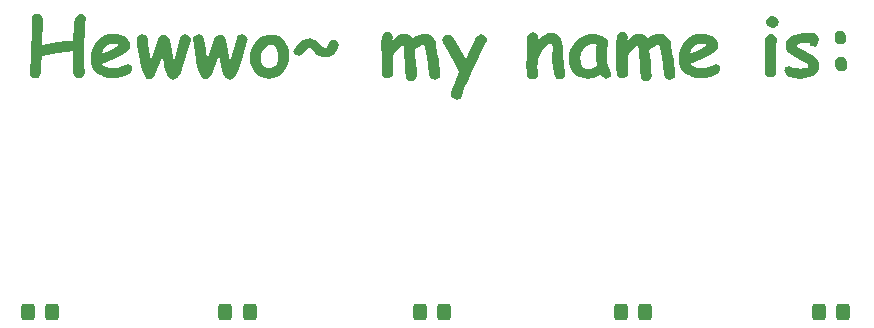
<source format=gbr>
%TF.GenerationSoftware,KiCad,Pcbnew,9.0.2*%
%TF.CreationDate,2025-05-22T18:28:58+02:00*%
%TF.ProjectId,blinky,626c696e-6b79-42e6-9b69-6361645f7063,rev?*%
%TF.SameCoordinates,Original*%
%TF.FileFunction,Soldermask,Top*%
%TF.FilePolarity,Negative*%
%FSLAX46Y46*%
G04 Gerber Fmt 4.6, Leading zero omitted, Abs format (unit mm)*
G04 Created by KiCad (PCBNEW 9.0.2) date 2025-05-22 18:28:58*
%MOMM*%
%LPD*%
G01*
G04 APERTURE LIST*
G04 Aperture macros list*
%AMRoundRect*
0 Rectangle with rounded corners*
0 $1 Rounding radius*
0 $2 $3 $4 $5 $6 $7 $8 $9 X,Y pos of 4 corners*
0 Add a 4 corners polygon primitive as box body*
4,1,4,$2,$3,$4,$5,$6,$7,$8,$9,$2,$3,0*
0 Add four circle primitives for the rounded corners*
1,1,$1+$1,$2,$3*
1,1,$1+$1,$4,$5*
1,1,$1+$1,$6,$7*
1,1,$1+$1,$8,$9*
0 Add four rect primitives between the rounded corners*
20,1,$1+$1,$2,$3,$4,$5,0*
20,1,$1+$1,$4,$5,$6,$7,0*
20,1,$1+$1,$6,$7,$8,$9,0*
20,1,$1+$1,$8,$9,$2,$3,0*%
G04 Aperture macros list end*
%ADD10C,1.000000*%
%ADD11RoundRect,0.250000X-0.325000X-0.450000X0.325000X-0.450000X0.325000X0.450000X-0.325000X0.450000X0*%
%ADD12RoundRect,0.250000X0.325000X0.450000X-0.325000X0.450000X-0.325000X-0.450000X0.325000X-0.450000X0*%
G04 APERTURE END LIST*
D10*
G36*
X74426657Y-60785432D02*
G01*
X74374116Y-61029805D01*
X74358574Y-61222322D01*
X74339645Y-61519687D01*
X74321022Y-61817053D01*
X74286828Y-62787002D01*
X74252634Y-63756646D01*
X74290186Y-64506167D01*
X74327739Y-65255992D01*
X74294281Y-65430643D01*
X74194321Y-65575645D01*
X74046239Y-65673137D01*
X73863066Y-65706315D01*
X73674519Y-65673919D01*
X73514715Y-65577782D01*
X73404059Y-65434327D01*
X73367864Y-65264846D01*
X73345577Y-64515326D01*
X73323595Y-63765806D01*
X73330312Y-63420202D01*
X72764460Y-63467591D01*
X72005294Y-63579876D01*
X70693710Y-63810990D01*
X70645778Y-64544024D01*
X70611584Y-65283469D01*
X70578418Y-65446763D01*
X70478166Y-65583583D01*
X70330751Y-65674931D01*
X70147217Y-65706315D01*
X69963703Y-65673965D01*
X69815657Y-65579309D01*
X69715814Y-65438085D01*
X69682545Y-65268510D01*
X69695101Y-64889075D01*
X69742384Y-64259176D01*
X69789668Y-63629277D01*
X69802224Y-63249842D01*
X69822679Y-61961461D01*
X69843135Y-60673080D01*
X69876404Y-60503505D01*
X69976247Y-60362281D01*
X70124293Y-60267625D01*
X70307807Y-60235275D01*
X70490788Y-60268236D01*
X70638756Y-60365029D01*
X70738747Y-60508808D01*
X70772173Y-60681934D01*
X70753244Y-61461374D01*
X70734621Y-62240509D01*
X70710502Y-62567794D01*
X70693710Y-62912177D01*
X72005294Y-62673735D01*
X72749451Y-62566142D01*
X73330312Y-62521388D01*
X73374886Y-61274528D01*
X73414772Y-61001854D01*
X73535476Y-60661174D01*
X73650766Y-60449784D01*
X73759977Y-60322613D01*
X73864487Y-60256027D01*
X73969007Y-60235275D01*
X74139418Y-60265196D01*
X74290186Y-60355565D01*
X74374275Y-60450913D01*
X74423566Y-60558346D01*
X74440396Y-60682240D01*
X74426657Y-60785432D01*
G37*
G36*
X77044166Y-61997780D02*
G01*
X77369481Y-62063060D01*
X77638145Y-62164183D01*
X77870951Y-62313079D01*
X78027789Y-62489098D01*
X78121313Y-62696141D01*
X78153803Y-62944234D01*
X78129995Y-63116762D01*
X78057546Y-63281371D01*
X77929741Y-63443005D01*
X77733705Y-63604300D01*
X77491186Y-63743992D01*
X76965256Y-63990509D01*
X75814262Y-64494870D01*
X75995596Y-64666054D01*
X76210546Y-64787962D01*
X76454049Y-64860148D01*
X76743300Y-64885659D01*
X77043626Y-64863342D01*
X77299606Y-64800187D01*
X77518771Y-64699729D01*
X77793575Y-64568489D01*
X77973063Y-64533949D01*
X78135700Y-64557707D01*
X78240510Y-64620391D01*
X78304290Y-64721304D01*
X78328131Y-64875279D01*
X78297846Y-65045189D01*
X78204463Y-65203111D01*
X78033367Y-65355614D01*
X77757824Y-65503593D01*
X77433675Y-65615889D01*
X77096536Y-65683497D01*
X76743300Y-65706315D01*
X76335008Y-65679425D01*
X75981707Y-65603035D01*
X75674977Y-65481535D01*
X75407903Y-65316442D01*
X75201420Y-65130074D01*
X75043198Y-64919561D01*
X74929179Y-64681743D01*
X74858574Y-64411466D01*
X74833932Y-64101945D01*
X74864252Y-63672565D01*
X74872801Y-63635136D01*
X75745874Y-63635136D01*
X76514323Y-63306629D01*
X76948854Y-63096848D01*
X77248578Y-62923778D01*
X77090839Y-62855478D01*
X76894454Y-62811075D01*
X76650793Y-62794940D01*
X76447369Y-62818760D01*
X76268311Y-62888279D01*
X76107658Y-63004989D01*
X75975195Y-63157226D01*
X75853988Y-63363288D01*
X75745874Y-63635136D01*
X74872801Y-63635136D01*
X74951615Y-63290089D01*
X75092920Y-62947204D01*
X75288224Y-62638014D01*
X75507199Y-62396611D01*
X75748980Y-62213216D01*
X76016568Y-62082332D01*
X76315022Y-62002068D01*
X76651099Y-61974284D01*
X77044166Y-61997780D01*
G37*
G36*
X83303053Y-62534211D02*
G01*
X82935007Y-63841561D01*
X82582231Y-64968702D01*
X82451713Y-65272313D01*
X82247618Y-65601290D01*
X82124522Y-65727488D01*
X81981248Y-65800100D01*
X81810423Y-65823551D01*
X81665308Y-65796160D01*
X81528383Y-65716159D01*
X81394316Y-65571341D01*
X81262011Y-65340126D01*
X81134176Y-64993736D01*
X81046125Y-64610614D01*
X80915579Y-63822287D01*
X80826735Y-64023482D01*
X80307414Y-65336592D01*
X80242253Y-65467398D01*
X80153846Y-65565265D01*
X80042626Y-65693306D01*
X79903218Y-65771865D01*
X79727032Y-65804012D01*
X79632588Y-65782860D01*
X79522877Y-65698738D01*
X79388756Y-65517332D01*
X79225187Y-65193746D01*
X79084673Y-64753463D01*
X78972644Y-64207187D01*
X78757083Y-62911261D01*
X78709150Y-62430408D01*
X78744507Y-62258803D01*
X78850811Y-62118387D01*
X79005528Y-62025356D01*
X79190614Y-61993824D01*
X79361451Y-62017916D01*
X79488045Y-62084596D01*
X79581704Y-62194294D01*
X79644905Y-62358661D01*
X79720010Y-62829439D01*
X79771301Y-63303576D01*
X79908077Y-64173386D01*
X80488459Y-62455443D01*
X80580728Y-62251020D01*
X80697192Y-62117987D01*
X80838911Y-62040315D01*
X81014497Y-62013363D01*
X81182581Y-62042165D01*
X81317715Y-62126099D01*
X81428351Y-62273509D01*
X81513363Y-62506734D01*
X81694408Y-63408295D01*
X81865073Y-64367864D01*
X82401186Y-62288136D01*
X82455894Y-62159606D01*
X82540832Y-62070690D01*
X82660796Y-62014600D01*
X82828306Y-61993824D01*
X83011451Y-62025485D01*
X83171467Y-62120525D01*
X83254959Y-62212967D01*
X83303608Y-62316391D01*
X83320150Y-62434987D01*
X83303053Y-62534211D01*
G37*
G36*
X88090212Y-62534211D02*
G01*
X87722167Y-63841561D01*
X87369391Y-64968702D01*
X87238873Y-65272313D01*
X87034778Y-65601290D01*
X86911682Y-65727488D01*
X86768408Y-65800100D01*
X86597583Y-65823551D01*
X86452468Y-65796160D01*
X86315543Y-65716159D01*
X86181476Y-65571341D01*
X86049171Y-65340126D01*
X85921336Y-64993736D01*
X85833285Y-64610614D01*
X85702739Y-63822287D01*
X85613895Y-64023482D01*
X85094574Y-65336592D01*
X85029413Y-65467398D01*
X84941006Y-65565265D01*
X84829786Y-65693306D01*
X84690378Y-65771865D01*
X84514192Y-65804012D01*
X84419748Y-65782860D01*
X84310037Y-65698738D01*
X84175915Y-65517332D01*
X84012347Y-65193746D01*
X83871833Y-64753463D01*
X83759804Y-64207187D01*
X83544242Y-62911261D01*
X83496310Y-62430408D01*
X83531667Y-62258803D01*
X83637971Y-62118387D01*
X83792688Y-62025356D01*
X83977773Y-61993824D01*
X84148611Y-62017916D01*
X84275205Y-62084596D01*
X84368864Y-62194294D01*
X84432065Y-62358661D01*
X84507170Y-62829439D01*
X84558461Y-63303576D01*
X84695237Y-64173386D01*
X85275619Y-62455443D01*
X85367887Y-62251020D01*
X85484352Y-62117987D01*
X85626071Y-62040315D01*
X85801657Y-62013363D01*
X85969741Y-62042165D01*
X86104875Y-62126099D01*
X86215511Y-62273509D01*
X86300523Y-62506734D01*
X86481568Y-63408295D01*
X86652233Y-64367864D01*
X87188346Y-62288136D01*
X87243054Y-62159606D01*
X87327992Y-62070690D01*
X87447956Y-62014600D01*
X87615465Y-61993824D01*
X87798611Y-62025485D01*
X87958627Y-62120525D01*
X88042119Y-62212967D01*
X88090768Y-62316391D01*
X88107309Y-62434987D01*
X88090212Y-62534211D01*
G37*
G36*
X90494256Y-62048494D02*
G01*
X90779147Y-62149898D01*
X91029677Y-62317378D01*
X91251631Y-62558330D01*
X91406424Y-62810884D01*
X91519162Y-63093972D01*
X91589277Y-63412799D01*
X91613721Y-63773743D01*
X91585687Y-64164999D01*
X91504622Y-64516148D01*
X91372966Y-64833538D01*
X91190265Y-65122269D01*
X90984562Y-65349195D01*
X90757985Y-65521412D01*
X90507780Y-65644181D01*
X90229278Y-65719385D01*
X89916233Y-65745394D01*
X89608262Y-65717803D01*
X89328138Y-65637102D01*
X89070100Y-65503443D01*
X88829963Y-65313084D01*
X88613484Y-65061279D01*
X88454596Y-64771813D01*
X88351517Y-64437799D01*
X88307283Y-64049738D01*
X88307384Y-64047601D01*
X89253419Y-64047601D01*
X89281867Y-64309766D01*
X89360531Y-64513809D01*
X89485755Y-64673168D01*
X89616918Y-64770301D01*
X89758862Y-64827302D01*
X89915928Y-64846580D01*
X90106210Y-64824055D01*
X90276339Y-64757866D01*
X90431585Y-64645996D01*
X90569542Y-64475373D01*
X90658787Y-64266885D01*
X90698115Y-64010354D01*
X90688831Y-63611637D01*
X90634288Y-63331166D01*
X90547667Y-63139513D01*
X90435461Y-63013616D01*
X90296215Y-62938994D01*
X90120786Y-62912177D01*
X89921646Y-62934761D01*
X89748640Y-63003662D01*
X89595274Y-63120415D01*
X89458278Y-63292890D01*
X89346039Y-63516194D01*
X89277243Y-63765802D01*
X89253419Y-64047601D01*
X88307384Y-64047601D01*
X88324733Y-63679461D01*
X88399397Y-63335810D01*
X88530548Y-63013404D01*
X88720664Y-62707929D01*
X88945478Y-62457015D01*
X89197672Y-62265412D01*
X89480794Y-62127833D01*
X89800747Y-62042921D01*
X90165361Y-62013363D01*
X90494256Y-62048494D01*
G37*
G36*
X94758958Y-63947766D02*
G01*
X94479679Y-63920967D01*
X94226570Y-63842516D01*
X93993867Y-63712072D01*
X93801149Y-63548899D01*
X93461113Y-63193056D01*
X93386008Y-63107571D01*
X93257236Y-63144987D01*
X93080759Y-63287490D01*
X92832798Y-63603995D01*
X92726307Y-63720335D01*
X92601003Y-63787822D01*
X92450252Y-63810990D01*
X92282684Y-63784773D01*
X92139453Y-63707493D01*
X92030594Y-63582794D01*
X91995961Y-63438520D01*
X92007334Y-63356322D01*
X92043893Y-63266329D01*
X92188368Y-63032129D01*
X92358739Y-62827161D01*
X92556193Y-62649005D01*
X92827686Y-62477300D01*
X93102265Y-62378243D01*
X93386008Y-62345533D01*
X93601929Y-62369121D01*
X93799536Y-62438803D01*
X93983792Y-62556498D01*
X94366338Y-62954003D01*
X94516981Y-63084188D01*
X94653170Y-63157398D01*
X94779719Y-63185729D01*
X94807343Y-63154516D01*
X94905809Y-62914619D01*
X95009055Y-62697133D01*
X95121737Y-62561801D01*
X95243739Y-62487284D01*
X95380556Y-62462770D01*
X95584992Y-62492958D01*
X95717149Y-62572809D01*
X95797876Y-62701847D01*
X95828131Y-62899354D01*
X95796876Y-63131335D01*
X95700984Y-63358420D01*
X95531071Y-63586898D01*
X95356330Y-63748400D01*
X95171684Y-63859449D01*
X94974092Y-63925420D01*
X94758958Y-63947766D01*
G37*
G36*
X100374712Y-62532990D02*
G01*
X100659462Y-62244889D01*
X100912429Y-62063595D01*
X101140482Y-61965713D01*
X101351683Y-61935205D01*
X101605545Y-61962635D01*
X101812701Y-62039950D01*
X101983407Y-62165060D01*
X102123490Y-62343091D01*
X102343775Y-62181184D01*
X102584499Y-62066486D01*
X102844598Y-61997830D01*
X103130992Y-61974284D01*
X103386425Y-62001935D01*
X103597436Y-62080270D01*
X103773763Y-62207657D01*
X103920948Y-62389537D01*
X104039576Y-62637709D01*
X104086202Y-62851352D01*
X104186427Y-63560031D01*
X104283315Y-64203535D01*
X104432196Y-65397348D01*
X104423266Y-65520079D01*
X104379600Y-65624847D01*
X104299084Y-65717001D01*
X104139923Y-65811381D01*
X103954091Y-65843091D01*
X103772682Y-65817234D01*
X103642519Y-65746455D01*
X103550140Y-65630643D01*
X103493082Y-65456577D01*
X103366687Y-64469836D01*
X103254030Y-63480041D01*
X103164796Y-63068915D01*
X103085658Y-62909632D01*
X103018335Y-62873098D01*
X102919381Y-62899649D01*
X102659603Y-63029413D01*
X102401227Y-63185292D01*
X102249886Y-63298080D01*
X102269471Y-63727381D01*
X102342088Y-64412744D01*
X102417702Y-65111203D01*
X102437648Y-65527712D01*
X102403920Y-65706301D01*
X102304230Y-65850724D01*
X102155345Y-65946748D01*
X101966259Y-65979867D01*
X101777145Y-65946689D01*
X101627983Y-65850418D01*
X101528535Y-65705725D01*
X101494870Y-65526796D01*
X101477231Y-65092673D01*
X101411217Y-64383435D01*
X101345203Y-63674196D01*
X101327564Y-63240073D01*
X101316947Y-63033291D01*
X101290012Y-62892637D01*
X101042369Y-63064458D01*
X100777993Y-63312214D01*
X100494085Y-63651622D01*
X100436078Y-63723063D01*
X100422339Y-64802006D01*
X100415317Y-65059071D01*
X100408600Y-65298735D01*
X100391611Y-65413519D01*
X100342416Y-65508296D01*
X100258391Y-65588162D01*
X100109507Y-65660985D01*
X99920420Y-65686775D01*
X99743798Y-65657212D01*
X99616998Y-65574682D01*
X99527494Y-65433984D01*
X99477133Y-65237124D01*
X99455748Y-64890239D01*
X99455748Y-63618954D01*
X99442009Y-63118257D01*
X99428576Y-62617254D01*
X99456727Y-62323546D01*
X99537875Y-62067096D01*
X99647324Y-61886085D01*
X99770651Y-61790362D01*
X99913703Y-61759351D01*
X100092190Y-61796075D01*
X100255033Y-61910476D01*
X100369443Y-62072128D01*
X100405242Y-62239288D01*
X100374712Y-62532990D01*
G37*
G36*
X108322069Y-62659691D02*
G01*
X107143597Y-65095097D01*
X106740046Y-65951556D01*
X106477424Y-66573988D01*
X106252110Y-67202302D01*
X106174880Y-67348060D01*
X106078429Y-67445271D01*
X105960759Y-67503193D01*
X105814916Y-67523482D01*
X105631978Y-67491908D01*
X105473281Y-67397391D01*
X105391080Y-67305206D01*
X105342894Y-67201012D01*
X105326430Y-67080486D01*
X105369396Y-66852309D01*
X105566910Y-66302216D01*
X106050610Y-65202869D01*
X105613802Y-64378759D01*
X104858400Y-63025444D01*
X104691093Y-62762883D01*
X104619953Y-62606759D01*
X104598892Y-62476814D01*
X104634698Y-62305872D01*
X104745743Y-62153192D01*
X104904989Y-62047805D01*
X105084019Y-62013363D01*
X105225931Y-62032708D01*
X105340984Y-62087943D01*
X105435729Y-62180364D01*
X105741916Y-62626512D01*
X106115064Y-63258290D01*
X106566268Y-64119347D01*
X107010484Y-63138712D01*
X107257290Y-62645717D01*
X107485232Y-62240509D01*
X107599096Y-62100071D01*
X107731126Y-62020669D01*
X107888232Y-61993824D01*
X108068566Y-62025964D01*
X108229867Y-62123578D01*
X108314403Y-62218187D01*
X108363468Y-62322776D01*
X108380076Y-62441399D01*
X108366654Y-62541297D01*
X108322069Y-62659691D01*
G37*
G36*
X114520647Y-65784473D02*
G01*
X114327175Y-65756572D01*
X114193110Y-65681085D01*
X114102347Y-65558195D01*
X114052616Y-65372618D01*
X113957056Y-64667672D01*
X113918139Y-64297914D01*
X113905765Y-63962726D01*
X113917672Y-63659865D01*
X113929579Y-63356699D01*
X113936296Y-63235799D01*
X113943318Y-63077651D01*
X113921146Y-62900632D01*
X113870433Y-62819627D01*
X113796467Y-62794940D01*
X113602666Y-62831061D01*
X113400210Y-62947856D01*
X113180059Y-63170158D01*
X112999369Y-63431865D01*
X112841112Y-63746068D01*
X112707144Y-64120568D01*
X112676308Y-64427398D01*
X112655853Y-64734534D01*
X112677834Y-65029457D01*
X112700122Y-65324075D01*
X112665890Y-65507010D01*
X112565177Y-65653497D01*
X112414626Y-65751003D01*
X112225375Y-65784473D01*
X112036334Y-65751089D01*
X111887098Y-65654108D01*
X111787806Y-65508358D01*
X111753986Y-65325907D01*
X111733531Y-65032510D01*
X111713075Y-64739113D01*
X111760703Y-63811906D01*
X111808635Y-62884394D01*
X111796728Y-62573290D01*
X111784822Y-62266154D01*
X111819738Y-62087601D01*
X111923124Y-61944670D01*
X112075669Y-61850228D01*
X112262927Y-61817969D01*
X112459888Y-61851640D01*
X112598494Y-61945303D01*
X112693488Y-62105770D01*
X112741032Y-62360799D01*
X112744391Y-62398351D01*
X113011962Y-62167818D01*
X113273638Y-62013729D01*
X113533385Y-61925180D01*
X113796467Y-61896127D01*
X114049267Y-61919717D01*
X114257333Y-61985987D01*
X114429705Y-62091788D01*
X114572443Y-62238953D01*
X114687953Y-62434071D01*
X114771304Y-62681697D01*
X114829576Y-63031816D01*
X114851901Y-63513319D01*
X114851901Y-63755120D01*
X114848543Y-63976465D01*
X114864721Y-64259917D01*
X114921816Y-64660956D01*
X114979199Y-65061297D01*
X114995394Y-65341782D01*
X114960963Y-65516886D01*
X114858618Y-65658382D01*
X114707645Y-65752291D01*
X114520647Y-65784473D01*
G37*
G36*
X117611716Y-61992248D02*
G01*
X117859889Y-62050644D01*
X118150095Y-62157772D01*
X118406131Y-62292018D01*
X118559991Y-62420692D01*
X118640577Y-62545050D01*
X118665753Y-62670682D01*
X118646063Y-62785603D01*
X118587290Y-62884699D01*
X118534167Y-63226334D01*
X118515544Y-63706882D01*
X118543392Y-64310402D01*
X118607745Y-64641111D01*
X118764977Y-64994652D01*
X118898089Y-65327433D01*
X118863622Y-65491986D01*
X118759787Y-65626325D01*
X118610637Y-65715687D01*
X118440439Y-65745394D01*
X118341356Y-65722947D01*
X118184380Y-65635280D01*
X117941878Y-65441617D01*
X117634561Y-65578210D01*
X117388363Y-65668457D01*
X117156357Y-65728176D01*
X116982004Y-65745394D01*
X116570409Y-65713602D01*
X116236687Y-65625472D01*
X115966070Y-65488020D01*
X115747356Y-65302704D01*
X115577476Y-65071814D01*
X115449233Y-64783070D01*
X115366014Y-64423820D01*
X115337525Y-64003637D01*
X116281638Y-64003637D01*
X116303240Y-64306762D01*
X116360552Y-64530726D01*
X116445586Y-64693623D01*
X116570581Y-64820233D01*
X116730726Y-64897238D01*
X116937430Y-64924738D01*
X117144877Y-64906983D01*
X117338904Y-64854518D01*
X117521483Y-64768494D01*
X117695804Y-64647522D01*
X117614617Y-63883153D01*
X117593222Y-63428445D01*
X117608487Y-63176875D01*
X117654893Y-62859970D01*
X117533382Y-62810511D01*
X117443012Y-62794940D01*
X117219320Y-62817480D01*
X117011967Y-62884190D01*
X116816535Y-62996568D01*
X116629989Y-63159778D01*
X116475138Y-63352916D01*
X116367597Y-63555754D01*
X116303384Y-63771281D01*
X116281638Y-64003637D01*
X115337525Y-64003637D01*
X115335807Y-63978297D01*
X115360526Y-63654439D01*
X115433015Y-63354993D01*
X115552673Y-63075456D01*
X115721435Y-62812250D01*
X115943667Y-62562909D01*
X116265567Y-62303399D01*
X116611248Y-62121488D01*
X116986357Y-62011775D01*
X117398743Y-61974284D01*
X117611716Y-61992248D01*
G37*
G36*
X120265849Y-62532990D02*
G01*
X120550599Y-62244889D01*
X120803566Y-62063595D01*
X121031620Y-61965713D01*
X121242821Y-61935205D01*
X121496682Y-61962635D01*
X121703839Y-62039950D01*
X121874545Y-62165060D01*
X122014628Y-62343091D01*
X122234912Y-62181184D01*
X122475636Y-62066486D01*
X122735735Y-61997830D01*
X123022130Y-61974284D01*
X123277562Y-62001935D01*
X123488573Y-62080270D01*
X123664900Y-62207657D01*
X123812086Y-62389537D01*
X123930713Y-62637709D01*
X123977340Y-62851352D01*
X124077564Y-63560031D01*
X124174453Y-64203535D01*
X124323333Y-65397348D01*
X124314403Y-65520079D01*
X124270738Y-65624847D01*
X124190221Y-65717001D01*
X124031060Y-65811381D01*
X123845228Y-65843091D01*
X123663820Y-65817234D01*
X123533657Y-65746455D01*
X123441277Y-65630643D01*
X123384220Y-65456577D01*
X123257824Y-64469836D01*
X123145167Y-63480041D01*
X123055933Y-63068915D01*
X122976795Y-62909632D01*
X122909473Y-62873098D01*
X122810519Y-62899649D01*
X122550741Y-63029413D01*
X122292364Y-63185292D01*
X122141024Y-63298080D01*
X122160609Y-63727381D01*
X122233225Y-64412744D01*
X122308840Y-65111203D01*
X122328785Y-65527712D01*
X122295057Y-65706301D01*
X122195368Y-65850724D01*
X122046483Y-65946748D01*
X121857397Y-65979867D01*
X121668283Y-65946689D01*
X121519120Y-65850418D01*
X121419673Y-65705725D01*
X121386008Y-65526796D01*
X121368369Y-65092673D01*
X121302355Y-64383435D01*
X121236341Y-63674196D01*
X121218702Y-63240073D01*
X121208085Y-63033291D01*
X121181149Y-62892637D01*
X120933506Y-63064458D01*
X120669130Y-63312214D01*
X120385223Y-63651622D01*
X120327215Y-63723063D01*
X120313476Y-64802006D01*
X120306454Y-65059071D01*
X120299738Y-65298735D01*
X120282748Y-65413519D01*
X120233553Y-65508296D01*
X120149528Y-65588162D01*
X120000645Y-65660985D01*
X119811557Y-65686775D01*
X119634935Y-65657212D01*
X119508136Y-65574682D01*
X119418632Y-65433984D01*
X119368270Y-65237124D01*
X119346885Y-64890239D01*
X119346885Y-63618954D01*
X119333147Y-63118257D01*
X119319713Y-62617254D01*
X119347865Y-62323546D01*
X119429012Y-62067096D01*
X119538461Y-61886085D01*
X119661789Y-61790362D01*
X119804841Y-61759351D01*
X119983328Y-61796075D01*
X120146170Y-61910476D01*
X120260580Y-62072128D01*
X120296379Y-62239288D01*
X120265849Y-62532990D01*
G37*
G36*
X126840398Y-61997780D02*
G01*
X127165713Y-62063060D01*
X127434377Y-62164183D01*
X127667182Y-62313079D01*
X127824021Y-62489098D01*
X127917544Y-62696141D01*
X127950034Y-62944234D01*
X127926227Y-63116762D01*
X127853777Y-63281371D01*
X127725972Y-63443005D01*
X127529937Y-63604300D01*
X127287418Y-63743992D01*
X126761488Y-63990509D01*
X125610493Y-64494870D01*
X125791827Y-64666054D01*
X126006777Y-64787962D01*
X126250281Y-64860148D01*
X126539532Y-64885659D01*
X126839858Y-64863342D01*
X127095837Y-64800187D01*
X127315003Y-64699729D01*
X127589807Y-64568489D01*
X127769295Y-64533949D01*
X127931931Y-64557707D01*
X128036742Y-64620391D01*
X128100521Y-64721304D01*
X128124363Y-64875279D01*
X128094078Y-65045189D01*
X128000695Y-65203111D01*
X127829599Y-65355614D01*
X127554056Y-65503593D01*
X127229907Y-65615889D01*
X126892768Y-65683497D01*
X126539532Y-65706315D01*
X126131240Y-65679425D01*
X125777939Y-65603035D01*
X125471208Y-65481535D01*
X125204134Y-65316442D01*
X124997651Y-65130074D01*
X124839430Y-64919561D01*
X124725411Y-64681743D01*
X124654805Y-64411466D01*
X124630163Y-64101945D01*
X124660483Y-63672565D01*
X124669032Y-63635136D01*
X125542105Y-63635136D01*
X126310554Y-63306629D01*
X126745085Y-63096848D01*
X127044809Y-62923778D01*
X126887071Y-62855478D01*
X126690685Y-62811075D01*
X126447025Y-62794940D01*
X126243600Y-62818760D01*
X126064543Y-62888279D01*
X125903890Y-63004989D01*
X125771427Y-63157226D01*
X125650220Y-63363288D01*
X125542105Y-63635136D01*
X124669032Y-63635136D01*
X124747846Y-63290089D01*
X124889152Y-62947204D01*
X125084455Y-62638014D01*
X125303431Y-62396611D01*
X125545212Y-62213216D01*
X125812799Y-62082332D01*
X126111253Y-62002068D01*
X126447330Y-61974284D01*
X126840398Y-61997780D01*
G37*
G36*
X132543021Y-61446720D02*
G01*
X132338862Y-61409829D01*
X132163834Y-61299258D01*
X132073851Y-61192304D01*
X132021161Y-61073594D01*
X132003244Y-60938695D01*
X132021167Y-60803806D01*
X132073861Y-60685203D01*
X132163834Y-60578436D01*
X132277919Y-60496027D01*
X132403017Y-60447266D01*
X132543021Y-60430669D01*
X132682970Y-60447303D01*
X132807428Y-60496090D01*
X132920376Y-60578436D01*
X133009241Y-60685071D01*
X133061381Y-60803681D01*
X133079134Y-60938695D01*
X133061387Y-61073719D01*
X133009251Y-61192436D01*
X132920376Y-61299258D01*
X132807450Y-61381423D01*
X132682989Y-61430115D01*
X132543021Y-61446720D01*
G37*
G36*
X132833365Y-63947156D02*
G01*
X132845272Y-64570891D01*
X132857178Y-65194626D01*
X132823247Y-65376156D01*
X132723761Y-65520080D01*
X132574999Y-65614922D01*
X132385790Y-65647697D01*
X132196529Y-65614932D01*
X132047513Y-65520080D01*
X131948265Y-65376181D01*
X131914401Y-65194626D01*
X131902494Y-64570891D01*
X131890587Y-63947156D01*
X131924781Y-63187561D01*
X131958975Y-62427355D01*
X131992850Y-62245853D01*
X132092088Y-62102206D01*
X132241128Y-62007118D01*
X132430364Y-61974284D01*
X132619549Y-62007128D01*
X132768335Y-62102206D01*
X132867811Y-62245878D01*
X132901753Y-62427355D01*
X132867559Y-63187561D01*
X132833365Y-63947156D01*
G37*
G36*
X136127590Y-63029413D02*
G01*
X135965683Y-63009975D01*
X135851196Y-62957902D01*
X135771462Y-62876212D01*
X135721231Y-62759220D01*
X135441268Y-62736322D01*
X134985384Y-62761211D01*
X134749755Y-62817595D01*
X134646510Y-62885828D01*
X134617864Y-62962247D01*
X134649041Y-63035023D01*
X134782931Y-63147139D01*
X135113066Y-63321589D01*
X135730545Y-63625716D01*
X136028672Y-63807327D01*
X136259410Y-64007309D01*
X136410242Y-64206104D01*
X136495805Y-64407013D01*
X136523874Y-64615771D01*
X136489358Y-64892107D01*
X136389710Y-65126416D01*
X136223000Y-65328820D01*
X135977381Y-65503899D01*
X135674526Y-65633813D01*
X135317261Y-65716145D01*
X134894774Y-65745394D01*
X134453651Y-65709656D01*
X134064654Y-65606786D01*
X133819912Y-65487824D01*
X133666222Y-65356216D01*
X133580713Y-65211829D01*
X133552355Y-65048080D01*
X133577860Y-64899815D01*
X133647925Y-64799537D01*
X133767511Y-64734896D01*
X133958714Y-64709804D01*
X134130905Y-64730063D01*
X134413005Y-64807501D01*
X134695540Y-64884827D01*
X134870655Y-64905198D01*
X135236729Y-64877778D01*
X135438120Y-64813382D01*
X135536148Y-64729147D01*
X135567358Y-64624624D01*
X135532766Y-64528449D01*
X135397833Y-64404408D01*
X135085894Y-64238110D01*
X134448154Y-63939866D01*
X134184028Y-63789619D01*
X133963868Y-63600939D01*
X133816797Y-63403194D01*
X133731263Y-63193076D01*
X133702564Y-62964384D01*
X133732237Y-62704724D01*
X133816631Y-62489737D01*
X133954979Y-62309312D01*
X134154638Y-62158158D01*
X134430102Y-62036566D01*
X134720970Y-61965859D01*
X135141476Y-61915553D01*
X135727948Y-61896127D01*
X136045352Y-61921815D01*
X136233531Y-61984054D01*
X136355736Y-62081568D01*
X136431098Y-62221822D01*
X136458845Y-62420333D01*
X136429632Y-62728370D01*
X136358822Y-62905800D01*
X136259946Y-62998546D01*
X136127590Y-63029413D01*
G37*
G36*
X138330050Y-62834019D02*
G01*
X138134140Y-62801217D01*
X137980172Y-62706707D01*
X137876827Y-62562808D01*
X137841870Y-62382780D01*
X137826299Y-62265849D01*
X137811034Y-62144949D01*
X137827390Y-62023094D01*
X137875082Y-61918424D01*
X137956053Y-61826517D01*
X138114380Y-61732558D01*
X138302878Y-61700732D01*
X138485055Y-61727271D01*
X138620488Y-61801061D01*
X138721198Y-61923648D01*
X138789036Y-62109446D01*
X138815177Y-62382780D01*
X138780220Y-62562808D01*
X138676875Y-62706707D01*
X138523322Y-62801338D01*
X138330050Y-62834019D01*
G37*
G36*
X138384699Y-65139672D02*
G01*
X138201538Y-65110638D01*
X138062584Y-65028524D01*
X137956612Y-64888568D01*
X137883723Y-64671287D01*
X137855303Y-64346188D01*
X137872289Y-64226628D01*
X137922424Y-64121785D01*
X138008871Y-64027451D01*
X138167713Y-63938718D01*
X138353864Y-63908688D01*
X138533267Y-63937256D01*
X138669523Y-64018130D01*
X138773579Y-64156167D01*
X138845231Y-64370748D01*
X138873185Y-64692096D01*
X138837964Y-64869296D01*
X138733051Y-65012665D01*
X138578251Y-65107111D01*
X138384699Y-65139672D01*
G37*
D11*
%TO.C,D5*%
X136462500Y-85500000D03*
X138512500Y-85500000D03*
%TD*%
%TO.C,D2*%
X86231250Y-85500000D03*
X88281250Y-85500000D03*
%TD*%
D12*
%TO.C,D3*%
X104724999Y-85500000D03*
X102675001Y-85500000D03*
%TD*%
%TO.C,D4*%
X121768749Y-85500000D03*
X119718751Y-85500000D03*
%TD*%
%TO.C,D1*%
X71537499Y-85500000D03*
X69487501Y-85500000D03*
%TD*%
M02*

</source>
